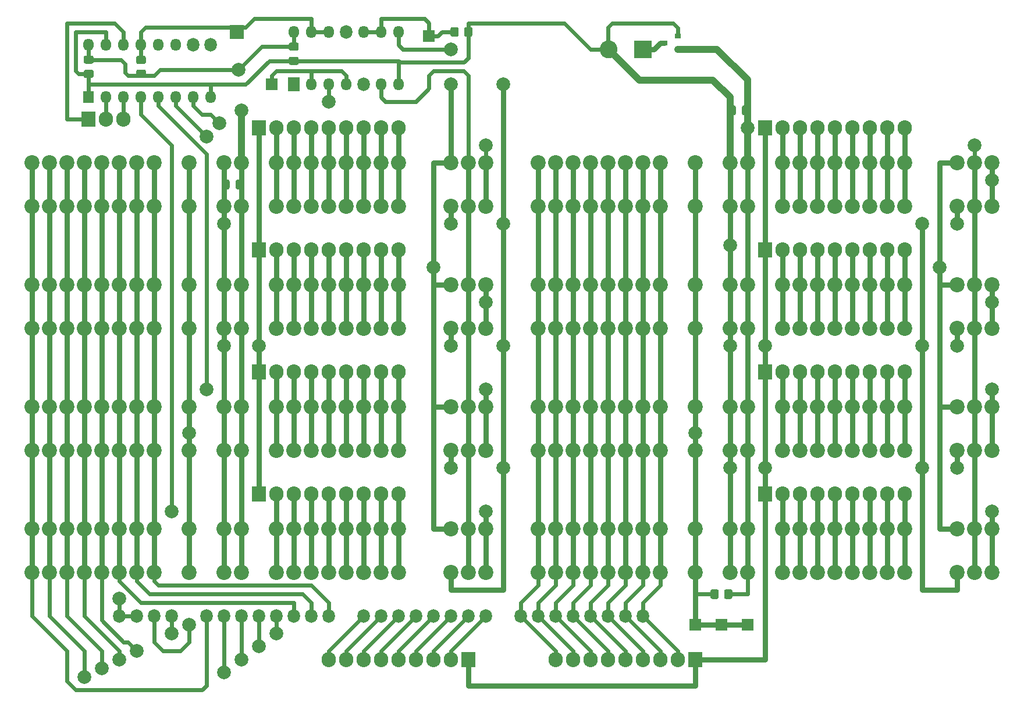
<source format=gbr>
%TF.GenerationSoftware,KiCad,Pcbnew,(5.1.8)-1*%
%TF.CreationDate,2024-02-24T18:38:04+03:00*%
%TF.ProjectId,Regs-v4,52656773-2d76-4342-9e6b-696361645f70,rev?*%
%TF.SameCoordinates,Original*%
%TF.FileFunction,Copper,L2,Bot*%
%TF.FilePolarity,Positive*%
%FSLAX46Y46*%
G04 Gerber Fmt 4.6, Leading zero omitted, Abs format (unit mm)*
G04 Created by KiCad (PCBNEW (5.1.8)-1) date 2024-02-24 18:38:04*
%MOMM*%
%LPD*%
G01*
G04 APERTURE LIST*
%TA.AperFunction,ComponentPad*%
%ADD10C,2.200000*%
%TD*%
%TA.AperFunction,ComponentPad*%
%ADD11R,1.700000X1.700000*%
%TD*%
%TA.AperFunction,SMDPad,CuDef*%
%ADD12R,0.900000X0.800000*%
%TD*%
%TA.AperFunction,ComponentPad*%
%ADD13O,2.100000X2.200000*%
%TD*%
%TA.AperFunction,ComponentPad*%
%ADD14R,2.100000X2.200000*%
%TD*%
%TA.AperFunction,ComponentPad*%
%ADD15O,1.800000X2.000000*%
%TD*%
%TA.AperFunction,ComponentPad*%
%ADD16C,2.600000*%
%TD*%
%TA.AperFunction,ComponentPad*%
%ADD17R,2.600000X2.600000*%
%TD*%
%TA.AperFunction,ComponentPad*%
%ADD18O,1.500000X1.800000*%
%TD*%
%TA.AperFunction,ComponentPad*%
%ADD19R,1.800000X2.000000*%
%TD*%
%TA.AperFunction,ComponentPad*%
%ADD20R,1.500000X1.800000*%
%TD*%
%TA.AperFunction,ComponentPad*%
%ADD21R,2.000000X2.000000*%
%TD*%
%TA.AperFunction,ViaPad*%
%ADD22C,2.000000*%
%TD*%
%TA.AperFunction,Conductor*%
%ADD23C,0.800000*%
%TD*%
%TA.AperFunction,Conductor*%
%ADD24C,0.600000*%
%TD*%
%TA.AperFunction,Conductor*%
%ADD25C,1.000000*%
%TD*%
G04 APERTURE END LIST*
D10*
%TO.P,U19,22*%
%TO.N,/~R3*%
X86360000Y-36830000D03*
%TO.P,U19,21*%
%TO.N,/~H*%
X83820000Y-36830000D03*
%TO.P,U19,20*%
%TO.N,/~Bank1*%
X81280000Y-36830000D03*
%TO.P,U19,19*%
%TO.N,/R7.7*%
X73660000Y-36830000D03*
%TO.P,U19,18*%
%TO.N,/R7.6*%
X71120000Y-36830000D03*
%TO.P,U19,17*%
%TO.N,/R7.5*%
X68580000Y-36830000D03*
%TO.P,U19,16*%
%TO.N,/R7.4*%
X66040000Y-36830000D03*
%TO.P,U19,15*%
%TO.N,/R7.3*%
X63500000Y-36830000D03*
%TO.P,U19,14*%
%TO.N,/R7.2*%
X60960000Y-36830000D03*
%TO.P,U19,13*%
%TO.N,/R7.1*%
X58420000Y-36830000D03*
%TO.P,U19,12*%
%TO.N,/R7.0*%
X55880000Y-36830000D03*
%TO.P,U19,11*%
%TO.N,VCC*%
X50800000Y-36830000D03*
%TO.P,U19,10*%
%TO.N,GND*%
X48260000Y-36830000D03*
%TO.P,U19,9*%
%TO.N,/~Res*%
X43180000Y-36830000D03*
%TO.P,U19,8*%
%TO.N,/H0*%
X38100000Y-36830000D03*
%TO.P,U19,7*%
%TO.N,/H1*%
X35560000Y-36830000D03*
%TO.P,U19,6*%
%TO.N,/H2*%
X33020000Y-36830000D03*
%TO.P,U19,5*%
%TO.N,/H3*%
X30480000Y-36830000D03*
%TO.P,U19,4*%
%TO.N,/H4*%
X27940000Y-36830000D03*
%TO.P,U19,3*%
%TO.N,/H5*%
X25400000Y-36830000D03*
%TO.P,U19,2*%
%TO.N,/H6*%
X22860000Y-36830000D03*
%TO.P,U19,1*%
%TO.N,/H7*%
X20320000Y-36830000D03*
%TD*%
%TO.P,U18,22*%
%TO.N,/~R3*%
X160020000Y-36830000D03*
%TO.P,U18,21*%
%TO.N,/~L*%
X157480000Y-36830000D03*
%TO.P,U18,20*%
%TO.N,/~Bank1*%
X154940000Y-36830000D03*
%TO.P,U18,19*%
%TO.N,/R6.7*%
X147320000Y-36830000D03*
%TO.P,U18,18*%
%TO.N,/R6.6*%
X144780000Y-36830000D03*
%TO.P,U18,17*%
%TO.N,/R6.5*%
X142240000Y-36830000D03*
%TO.P,U18,16*%
%TO.N,/R6.4*%
X139700000Y-36830000D03*
%TO.P,U18,15*%
%TO.N,/R6.3*%
X137160000Y-36830000D03*
%TO.P,U18,14*%
%TO.N,/R6.2*%
X134620000Y-36830000D03*
%TO.P,U18,13*%
%TO.N,/R6.1*%
X132080000Y-36830000D03*
%TO.P,U18,12*%
%TO.N,/R6.0*%
X129540000Y-36830000D03*
%TO.P,U18,11*%
%TO.N,VCC*%
X124460000Y-36830000D03*
%TO.P,U18,10*%
%TO.N,GND*%
X121920000Y-36830000D03*
%TO.P,U18,9*%
%TO.N,/~Res*%
X116840000Y-36830000D03*
%TO.P,U18,8*%
%TO.N,/L0*%
X111760000Y-36830000D03*
%TO.P,U18,7*%
%TO.N,/L1*%
X109220000Y-36830000D03*
%TO.P,U18,6*%
%TO.N,/L2*%
X106680000Y-36830000D03*
%TO.P,U18,5*%
%TO.N,/L3*%
X104140000Y-36830000D03*
%TO.P,U18,4*%
%TO.N,/L4*%
X101600000Y-36830000D03*
%TO.P,U18,3*%
%TO.N,/L5*%
X99060000Y-36830000D03*
%TO.P,U18,2*%
%TO.N,/L6*%
X96520000Y-36830000D03*
%TO.P,U18,1*%
%TO.N,/L7*%
X93980000Y-36830000D03*
%TD*%
%TO.P,U17,22*%
%TO.N,/~R2*%
X86360000Y-54610000D03*
%TO.P,U17,21*%
%TO.N,/~H*%
X83820000Y-54610000D03*
%TO.P,U17,20*%
%TO.N,/~Bank1*%
X81280000Y-54610000D03*
%TO.P,U17,19*%
%TO.N,/R5.7*%
X73660000Y-54610000D03*
%TO.P,U17,18*%
%TO.N,/R5.6*%
X71120000Y-54610000D03*
%TO.P,U17,17*%
%TO.N,/R5.5*%
X68580000Y-54610000D03*
%TO.P,U17,16*%
%TO.N,/R5.4*%
X66040000Y-54610000D03*
%TO.P,U17,15*%
%TO.N,/R5.3*%
X63500000Y-54610000D03*
%TO.P,U17,14*%
%TO.N,/R5.2*%
X60960000Y-54610000D03*
%TO.P,U17,13*%
%TO.N,/R5.1*%
X58420000Y-54610000D03*
%TO.P,U17,12*%
%TO.N,/R5.0*%
X55880000Y-54610000D03*
%TO.P,U17,11*%
%TO.N,VCC*%
X50800000Y-54610000D03*
%TO.P,U17,10*%
%TO.N,GND*%
X48260000Y-54610000D03*
%TO.P,U17,9*%
%TO.N,/~Res*%
X43180000Y-54610000D03*
%TO.P,U17,8*%
%TO.N,/H0*%
X38100000Y-54610000D03*
%TO.P,U17,7*%
%TO.N,/H1*%
X35560000Y-54610000D03*
%TO.P,U17,6*%
%TO.N,/H2*%
X33020000Y-54610000D03*
%TO.P,U17,5*%
%TO.N,/H3*%
X30480000Y-54610000D03*
%TO.P,U17,4*%
%TO.N,/H4*%
X27940000Y-54610000D03*
%TO.P,U17,3*%
%TO.N,/H5*%
X25400000Y-54610000D03*
%TO.P,U17,2*%
%TO.N,/H6*%
X22860000Y-54610000D03*
%TO.P,U17,1*%
%TO.N,/H7*%
X20320000Y-54610000D03*
%TD*%
%TO.P,U16,22*%
%TO.N,/~R2*%
X160020000Y-54610000D03*
%TO.P,U16,21*%
%TO.N,/~L*%
X157480000Y-54610000D03*
%TO.P,U16,20*%
%TO.N,/~Bank1*%
X154940000Y-54610000D03*
%TO.P,U16,19*%
%TO.N,/R4.7*%
X147320000Y-54610000D03*
%TO.P,U16,18*%
%TO.N,/R4.6*%
X144780000Y-54610000D03*
%TO.P,U16,17*%
%TO.N,/R4.5*%
X142240000Y-54610000D03*
%TO.P,U16,16*%
%TO.N,/R4.4*%
X139700000Y-54610000D03*
%TO.P,U16,15*%
%TO.N,/R4.3*%
X137160000Y-54610000D03*
%TO.P,U16,14*%
%TO.N,/R4.2*%
X134620000Y-54610000D03*
%TO.P,U16,13*%
%TO.N,/R4.1*%
X132080000Y-54610000D03*
%TO.P,U16,12*%
%TO.N,/R4.0*%
X129540000Y-54610000D03*
%TO.P,U16,11*%
%TO.N,VCC*%
X124460000Y-54610000D03*
%TO.P,U16,10*%
%TO.N,GND*%
X121920000Y-54610000D03*
%TO.P,U16,9*%
%TO.N,/~Res*%
X116840000Y-54610000D03*
%TO.P,U16,8*%
%TO.N,/L0*%
X111760000Y-54610000D03*
%TO.P,U16,7*%
%TO.N,/L1*%
X109220000Y-54610000D03*
%TO.P,U16,6*%
%TO.N,/L2*%
X106680000Y-54610000D03*
%TO.P,U16,5*%
%TO.N,/L3*%
X104140000Y-54610000D03*
%TO.P,U16,4*%
%TO.N,/L4*%
X101600000Y-54610000D03*
%TO.P,U16,3*%
%TO.N,/L5*%
X99060000Y-54610000D03*
%TO.P,U16,2*%
%TO.N,/L6*%
X96520000Y-54610000D03*
%TO.P,U16,1*%
%TO.N,/L7*%
X93980000Y-54610000D03*
%TD*%
%TO.P,U12,22*%
%TO.N,/~R1*%
X86360000Y-72390000D03*
%TO.P,U12,21*%
%TO.N,/~H*%
X83820000Y-72390000D03*
%TO.P,U12,20*%
%TO.N,/~Bank1*%
X81280000Y-72390000D03*
%TO.P,U12,19*%
%TO.N,/R3.7*%
X73660000Y-72390000D03*
%TO.P,U12,18*%
%TO.N,/R3.6*%
X71120000Y-72390000D03*
%TO.P,U12,17*%
%TO.N,/R3.5*%
X68580000Y-72390000D03*
%TO.P,U12,16*%
%TO.N,/R3.4*%
X66040000Y-72390000D03*
%TO.P,U12,15*%
%TO.N,/R3.3*%
X63500000Y-72390000D03*
%TO.P,U12,14*%
%TO.N,/R3.2*%
X60960000Y-72390000D03*
%TO.P,U12,13*%
%TO.N,/R3.1*%
X58420000Y-72390000D03*
%TO.P,U12,12*%
%TO.N,/R3.0*%
X55880000Y-72390000D03*
%TO.P,U12,11*%
%TO.N,VCC*%
X50800000Y-72390000D03*
%TO.P,U12,10*%
%TO.N,GND*%
X48260000Y-72390000D03*
%TO.P,U12,9*%
%TO.N,/~Res*%
X43180000Y-72390000D03*
%TO.P,U12,8*%
%TO.N,/H0*%
X38100000Y-72390000D03*
%TO.P,U12,7*%
%TO.N,/H1*%
X35560000Y-72390000D03*
%TO.P,U12,6*%
%TO.N,/H2*%
X33020000Y-72390000D03*
%TO.P,U12,5*%
%TO.N,/H3*%
X30480000Y-72390000D03*
%TO.P,U12,4*%
%TO.N,/H4*%
X27940000Y-72390000D03*
%TO.P,U12,3*%
%TO.N,/H5*%
X25400000Y-72390000D03*
%TO.P,U12,2*%
%TO.N,/H6*%
X22860000Y-72390000D03*
%TO.P,U12,1*%
%TO.N,/H7*%
X20320000Y-72390000D03*
%TD*%
%TO.P,U11,22*%
%TO.N,/~R1*%
X160020000Y-72390000D03*
%TO.P,U11,21*%
%TO.N,/~L*%
X157480000Y-72390000D03*
%TO.P,U11,20*%
%TO.N,/~Bank1*%
X154940000Y-72390000D03*
%TO.P,U11,19*%
%TO.N,/R2.7*%
X147320000Y-72390000D03*
%TO.P,U11,18*%
%TO.N,/R2.6*%
X144780000Y-72390000D03*
%TO.P,U11,17*%
%TO.N,/R2.5*%
X142240000Y-72390000D03*
%TO.P,U11,16*%
%TO.N,/R2.4*%
X139700000Y-72390000D03*
%TO.P,U11,15*%
%TO.N,/R2.3*%
X137160000Y-72390000D03*
%TO.P,U11,14*%
%TO.N,/R2.2*%
X134620000Y-72390000D03*
%TO.P,U11,13*%
%TO.N,/R2.1*%
X132080000Y-72390000D03*
%TO.P,U11,12*%
%TO.N,/R2.0*%
X129540000Y-72390000D03*
%TO.P,U11,11*%
%TO.N,VCC*%
X124460000Y-72390000D03*
%TO.P,U11,10*%
%TO.N,GND*%
X121920000Y-72390000D03*
%TO.P,U11,9*%
%TO.N,/~Res*%
X116840000Y-72390000D03*
%TO.P,U11,8*%
%TO.N,/L0*%
X111760000Y-72390000D03*
%TO.P,U11,7*%
%TO.N,/L1*%
X109220000Y-72390000D03*
%TO.P,U11,6*%
%TO.N,/L2*%
X106680000Y-72390000D03*
%TO.P,U11,5*%
%TO.N,/L3*%
X104140000Y-72390000D03*
%TO.P,U11,4*%
%TO.N,/L4*%
X101600000Y-72390000D03*
%TO.P,U11,3*%
%TO.N,/L5*%
X99060000Y-72390000D03*
%TO.P,U11,2*%
%TO.N,/L6*%
X96520000Y-72390000D03*
%TO.P,U11,1*%
%TO.N,/L7*%
X93980000Y-72390000D03*
%TD*%
%TO.P,U10,22*%
%TO.N,/~R0*%
X86360000Y-90170000D03*
%TO.P,U10,21*%
%TO.N,/~H*%
X83820000Y-90170000D03*
%TO.P,U10,20*%
%TO.N,/~Bank1*%
X81280000Y-90170000D03*
%TO.P,U10,19*%
%TO.N,/R1.7*%
X73660000Y-90170000D03*
%TO.P,U10,18*%
%TO.N,/R1.6*%
X71120000Y-90170000D03*
%TO.P,U10,17*%
%TO.N,/R1.5*%
X68580000Y-90170000D03*
%TO.P,U10,16*%
%TO.N,/R1.4*%
X66040000Y-90170000D03*
%TO.P,U10,15*%
%TO.N,/R1.3*%
X63500000Y-90170000D03*
%TO.P,U10,14*%
%TO.N,/R1.2*%
X60960000Y-90170000D03*
%TO.P,U10,13*%
%TO.N,/R1.1*%
X58420000Y-90170000D03*
%TO.P,U10,12*%
%TO.N,/R1.0*%
X55880000Y-90170000D03*
%TO.P,U10,11*%
%TO.N,VCC*%
X50800000Y-90170000D03*
%TO.P,U10,10*%
%TO.N,GND*%
X48260000Y-90170000D03*
%TO.P,U10,9*%
%TO.N,/~Res*%
X43180000Y-90170000D03*
%TO.P,U10,8*%
%TO.N,/H0*%
X38100000Y-90170000D03*
%TO.P,U10,7*%
%TO.N,/H1*%
X35560000Y-90170000D03*
%TO.P,U10,6*%
%TO.N,/H2*%
X33020000Y-90170000D03*
%TO.P,U10,5*%
%TO.N,/H3*%
X30480000Y-90170000D03*
%TO.P,U10,4*%
%TO.N,/H4*%
X27940000Y-90170000D03*
%TO.P,U10,3*%
%TO.N,/H5*%
X25400000Y-90170000D03*
%TO.P,U10,2*%
%TO.N,/H6*%
X22860000Y-90170000D03*
%TO.P,U10,1*%
%TO.N,/H7*%
X20320000Y-90170000D03*
%TD*%
%TO.P,U9,22*%
%TO.N,/~R0*%
X160020000Y-90170000D03*
%TO.P,U9,21*%
%TO.N,/~L*%
X157480000Y-90170000D03*
%TO.P,U9,20*%
%TO.N,/~Bank1*%
X154940000Y-90170000D03*
%TO.P,U9,19*%
%TO.N,/R0.7*%
X147320000Y-90170000D03*
%TO.P,U9,18*%
%TO.N,/R0.6*%
X144780000Y-90170000D03*
%TO.P,U9,17*%
%TO.N,/R0.5*%
X142240000Y-90170000D03*
%TO.P,U9,16*%
%TO.N,/R0.4*%
X139700000Y-90170000D03*
%TO.P,U9,15*%
%TO.N,/R0.3*%
X137160000Y-90170000D03*
%TO.P,U9,14*%
%TO.N,/R0.2*%
X134620000Y-90170000D03*
%TO.P,U9,13*%
%TO.N,/R0.1*%
X132080000Y-90170000D03*
%TO.P,U9,12*%
%TO.N,/R0.0*%
X129540000Y-90170000D03*
%TO.P,U9,11*%
%TO.N,VCC*%
X124460000Y-90170000D03*
%TO.P,U9,10*%
%TO.N,GND*%
X121920000Y-90170000D03*
%TO.P,U9,9*%
%TO.N,/~Res*%
X116840000Y-90170000D03*
%TO.P,U9,8*%
%TO.N,/L0*%
X111760000Y-90170000D03*
%TO.P,U9,7*%
%TO.N,/L1*%
X109220000Y-90170000D03*
%TO.P,U9,6*%
%TO.N,/L2*%
X106680000Y-90170000D03*
%TO.P,U9,5*%
%TO.N,/L3*%
X104140000Y-90170000D03*
%TO.P,U9,4*%
%TO.N,/L4*%
X101600000Y-90170000D03*
%TO.P,U9,3*%
%TO.N,/L5*%
X99060000Y-90170000D03*
%TO.P,U9,2*%
%TO.N,/L6*%
X96520000Y-90170000D03*
%TO.P,U9,1*%
%TO.N,/L7*%
X93980000Y-90170000D03*
%TD*%
D11*
%TO.P,J20,1*%
%TO.N,/~Res*%
X124460000Y-104140000D03*
%TD*%
%TO.P,J19,1*%
%TO.N,/~Res*%
X120650000Y-104140000D03*
%TD*%
%TO.P,R7,2*%
%TO.N,GND*%
%TA.AperFunction,SMDPad,CuDef*%
G36*
G01*
X83220000Y-18230001D02*
X83220000Y-17329999D01*
G75*
G02*
X83469999Y-17080000I249999J0D01*
G01*
X84170001Y-17080000D01*
G75*
G02*
X84420000Y-17329999I0J-249999D01*
G01*
X84420000Y-18230001D01*
G75*
G02*
X84170001Y-18480000I-249999J0D01*
G01*
X83469999Y-18480000D01*
G75*
G02*
X83220000Y-18230001I0J249999D01*
G01*
G37*
%TD.AperFunction*%
%TO.P,R7,1*%
%TO.N,/~Bank0*%
%TA.AperFunction,SMDPad,CuDef*%
G36*
G01*
X81220000Y-18230001D02*
X81220000Y-17329999D01*
G75*
G02*
X81469999Y-17080000I249999J0D01*
G01*
X82170001Y-17080000D01*
G75*
G02*
X82420000Y-17329999I0J-249999D01*
G01*
X82420000Y-18230001D01*
G75*
G02*
X82170001Y-18480000I-249999J0D01*
G01*
X81469999Y-18480000D01*
G75*
G02*
X81220000Y-18230001I0J249999D01*
G01*
G37*
%TD.AperFunction*%
%TD*%
D12*
%TO.P,Q1,3*%
%TO.N,Net-(J16-Pad1)*%
X112347500Y-19367500D03*
%TO.P,Q1,2*%
%TO.N,VCC*%
X114347500Y-20317500D03*
%TO.P,Q1,1*%
%TO.N,GND*%
X114347500Y-18417500D03*
%TD*%
%TO.P,C4,2*%
%TO.N,GND*%
%TA.AperFunction,SMDPad,CuDef*%
G36*
G01*
X57945000Y-21405000D02*
X58895000Y-21405000D01*
G75*
G02*
X59145000Y-21655000I0J-250000D01*
G01*
X59145000Y-22330000D01*
G75*
G02*
X58895000Y-22580000I-250000J0D01*
G01*
X57945000Y-22580000D01*
G75*
G02*
X57695000Y-22330000I0J250000D01*
G01*
X57695000Y-21655000D01*
G75*
G02*
X57945000Y-21405000I250000J0D01*
G01*
G37*
%TD.AperFunction*%
%TO.P,C4,1*%
%TO.N,VCC*%
%TA.AperFunction,SMDPad,CuDef*%
G36*
G01*
X57945000Y-19330000D02*
X58895000Y-19330000D01*
G75*
G02*
X59145000Y-19580000I0J-250000D01*
G01*
X59145000Y-20255000D01*
G75*
G02*
X58895000Y-20505000I-250000J0D01*
G01*
X57945000Y-20505000D01*
G75*
G02*
X57695000Y-20255000I0J250000D01*
G01*
X57695000Y-19580000D01*
G75*
G02*
X57945000Y-19330000I250000J0D01*
G01*
G37*
%TD.AperFunction*%
%TD*%
%TO.P,C3,2*%
%TO.N,GND*%
%TA.AperFunction,SMDPad,CuDef*%
G36*
G01*
X28100000Y-23310000D02*
X29050000Y-23310000D01*
G75*
G02*
X29300000Y-23560000I0J-250000D01*
G01*
X29300000Y-24235000D01*
G75*
G02*
X29050000Y-24485000I-250000J0D01*
G01*
X28100000Y-24485000D01*
G75*
G02*
X27850000Y-24235000I0J250000D01*
G01*
X27850000Y-23560000D01*
G75*
G02*
X28100000Y-23310000I250000J0D01*
G01*
G37*
%TD.AperFunction*%
%TO.P,C3,1*%
%TO.N,VCC*%
%TA.AperFunction,SMDPad,CuDef*%
G36*
G01*
X28100000Y-21235000D02*
X29050000Y-21235000D01*
G75*
G02*
X29300000Y-21485000I0J-250000D01*
G01*
X29300000Y-22160000D01*
G75*
G02*
X29050000Y-22410000I-250000J0D01*
G01*
X28100000Y-22410000D01*
G75*
G02*
X27850000Y-22160000I0J250000D01*
G01*
X27850000Y-21485000D01*
G75*
G02*
X28100000Y-21235000I250000J0D01*
G01*
G37*
%TD.AperFunction*%
%TD*%
%TO.P,C2,2*%
%TO.N,GND*%
%TA.AperFunction,SMDPad,CuDef*%
G36*
G01*
X49080000Y-39530000D02*
X49080000Y-40480000D01*
G75*
G02*
X48830000Y-40730000I-250000J0D01*
G01*
X48155000Y-40730000D01*
G75*
G02*
X47905000Y-40480000I0J250000D01*
G01*
X47905000Y-39530000D01*
G75*
G02*
X48155000Y-39280000I250000J0D01*
G01*
X48830000Y-39280000D01*
G75*
G02*
X49080000Y-39530000I0J-250000D01*
G01*
G37*
%TD.AperFunction*%
%TO.P,C2,1*%
%TO.N,VCC*%
%TA.AperFunction,SMDPad,CuDef*%
G36*
G01*
X51155000Y-39530000D02*
X51155000Y-40480000D01*
G75*
G02*
X50905000Y-40730000I-250000J0D01*
G01*
X50230000Y-40730000D01*
G75*
G02*
X49980000Y-40480000I0J250000D01*
G01*
X49980000Y-39530000D01*
G75*
G02*
X50230000Y-39280000I250000J0D01*
G01*
X50905000Y-39280000D01*
G75*
G02*
X51155000Y-39530000I0J-250000D01*
G01*
G37*
%TD.AperFunction*%
%TD*%
%TO.P,C1,2*%
%TO.N,GND*%
%TA.AperFunction,SMDPad,CuDef*%
G36*
G01*
X122740000Y-28735000D02*
X122740000Y-29685000D01*
G75*
G02*
X122490000Y-29935000I-250000J0D01*
G01*
X121815000Y-29935000D01*
G75*
G02*
X121565000Y-29685000I0J250000D01*
G01*
X121565000Y-28735000D01*
G75*
G02*
X121815000Y-28485000I250000J0D01*
G01*
X122490000Y-28485000D01*
G75*
G02*
X122740000Y-28735000I0J-250000D01*
G01*
G37*
%TD.AperFunction*%
%TO.P,C1,1*%
%TO.N,VCC*%
%TA.AperFunction,SMDPad,CuDef*%
G36*
G01*
X124815000Y-28735000D02*
X124815000Y-29685000D01*
G75*
G02*
X124565000Y-29935000I-250000J0D01*
G01*
X123890000Y-29935000D01*
G75*
G02*
X123640000Y-29685000I0J250000D01*
G01*
X123640000Y-28735000D01*
G75*
G02*
X123890000Y-28485000I250000J0D01*
G01*
X124565000Y-28485000D01*
G75*
G02*
X124815000Y-28735000I0J-250000D01*
G01*
G37*
%TD.AperFunction*%
%TD*%
%TO.P,R6,2*%
%TO.N,VCC*%
%TA.AperFunction,SMDPad,CuDef*%
G36*
G01*
X121050000Y-100145001D02*
X121050000Y-99244999D01*
G75*
G02*
X121299999Y-98995000I249999J0D01*
G01*
X122000001Y-98995000D01*
G75*
G02*
X122250000Y-99244999I0J-249999D01*
G01*
X122250000Y-100145001D01*
G75*
G02*
X122000001Y-100395000I-249999J0D01*
G01*
X121299999Y-100395000D01*
G75*
G02*
X121050000Y-100145001I0J249999D01*
G01*
G37*
%TD.AperFunction*%
%TO.P,R6,1*%
%TO.N,/~Res*%
%TA.AperFunction,SMDPad,CuDef*%
G36*
G01*
X119050000Y-100145001D02*
X119050000Y-99244999D01*
G75*
G02*
X119299999Y-98995000I249999J0D01*
G01*
X120000001Y-98995000D01*
G75*
G02*
X120250000Y-99244999I0J-249999D01*
G01*
X120250000Y-100145001D01*
G75*
G02*
X120000001Y-100395000I-249999J0D01*
G01*
X119299999Y-100395000D01*
G75*
G02*
X119050000Y-100145001I0J249999D01*
G01*
G37*
%TD.AperFunction*%
%TD*%
%TO.P,R5,2*%
%TO.N,VCC*%
%TA.AperFunction,SMDPad,CuDef*%
G36*
G01*
X35744999Y-23260000D02*
X36645001Y-23260000D01*
G75*
G02*
X36895000Y-23509999I0J-249999D01*
G01*
X36895000Y-24210001D01*
G75*
G02*
X36645001Y-24460000I-249999J0D01*
G01*
X35744999Y-24460000D01*
G75*
G02*
X35495000Y-24210001I0J249999D01*
G01*
X35495000Y-23509999D01*
G75*
G02*
X35744999Y-23260000I249999J0D01*
G01*
G37*
%TD.AperFunction*%
%TO.P,R5,1*%
%TO.N,/~MUL*%
%TA.AperFunction,SMDPad,CuDef*%
G36*
G01*
X35744999Y-21260000D02*
X36645001Y-21260000D01*
G75*
G02*
X36895000Y-21509999I0J-249999D01*
G01*
X36895000Y-22210001D01*
G75*
G02*
X36645001Y-22460000I-249999J0D01*
G01*
X35744999Y-22460000D01*
G75*
G02*
X35495000Y-22210001I0J249999D01*
G01*
X35495000Y-21509999D01*
G75*
G02*
X35744999Y-21260000I249999J0D01*
G01*
G37*
%TD.AperFunction*%
%TD*%
D13*
%TO.P,J18,9*%
%TO.N,/ALU_H7*%
X63500000Y-109220000D03*
%TO.P,J18,8*%
%TO.N,Net-(J18-Pad8)*%
X66040000Y-109220000D03*
%TO.P,J18,7*%
%TO.N,Net-(J18-Pad7)*%
X68580000Y-109220000D03*
%TO.P,J18,6*%
%TO.N,Net-(J18-Pad6)*%
X71120000Y-109220000D03*
%TO.P,J18,5*%
%TO.N,Net-(J18-Pad5)*%
X73660000Y-109220000D03*
%TO.P,J18,4*%
%TO.N,Net-(J18-Pad4)*%
X76200000Y-109220000D03*
%TO.P,J18,3*%
%TO.N,Net-(J18-Pad3)*%
X78740000Y-109220000D03*
%TO.P,J18,2*%
%TO.N,/ALU_H0*%
X81280000Y-109220000D03*
D14*
%TO.P,J18,1*%
%TO.N,GND*%
X83820000Y-109220000D03*
%TD*%
D13*
%TO.P,J17,9*%
%TO.N,/L7*%
X96520000Y-109220000D03*
%TO.P,J17,8*%
%TO.N,/L6*%
X99060000Y-109220000D03*
%TO.P,J17,7*%
%TO.N,/L5*%
X101600000Y-109220000D03*
%TO.P,J17,6*%
%TO.N,/L4*%
X104140000Y-109220000D03*
%TO.P,J17,5*%
%TO.N,/L3*%
X106680000Y-109220000D03*
%TO.P,J17,4*%
%TO.N,/L2*%
X109220000Y-109220000D03*
%TO.P,J17,3*%
%TO.N,/L1*%
X111760000Y-109220000D03*
%TO.P,J17,2*%
%TO.N,/L0*%
X114300000Y-109220000D03*
D14*
%TO.P,J17,1*%
%TO.N,GND*%
X116840000Y-109220000D03*
%TD*%
D15*
%TO.P,U15,28*%
%TO.N,GND*%
X33020000Y-102870000D03*
%TO.P,U15,27*%
X35560000Y-102870000D03*
%TO.P,U15,26*%
%TO.N,VCC*%
X38100000Y-102870000D03*
%TO.P,U15,25*%
%TO.N,Net-(U14-Pad11)*%
X40640000Y-102870000D03*
%TO.P,U15,24*%
%TO.N,/H7*%
X45720000Y-102870000D03*
%TO.P,U15,23*%
%TO.N,/H6*%
X48260000Y-102870000D03*
%TO.P,U15,22*%
%TO.N,/H5*%
X50800000Y-102870000D03*
%TO.P,U15,21*%
%TO.N,/H4*%
X53340000Y-102870000D03*
%TO.P,U15,20*%
%TO.N,/H3*%
X55880000Y-102870000D03*
%TO.P,U15,19*%
%TO.N,/H2*%
X58420000Y-102870000D03*
%TO.P,U15,18*%
%TO.N,/H1*%
X60960000Y-102870000D03*
%TO.P,U15,17*%
%TO.N,/H0*%
X63500000Y-102870000D03*
%TO.P,U15,16*%
%TO.N,/ALU_H7*%
X68580000Y-102870000D03*
%TO.P,U15,15*%
%TO.N,Net-(J18-Pad8)*%
X71120000Y-102870000D03*
%TO.P,U15,14*%
%TO.N,Net-(J18-Pad7)*%
X73660000Y-102870000D03*
%TO.P,U15,13*%
%TO.N,Net-(J18-Pad6)*%
X76200000Y-102870000D03*
%TO.P,U15,12*%
%TO.N,Net-(J18-Pad5)*%
X78740000Y-102870000D03*
%TO.P,U15,11*%
%TO.N,Net-(J18-Pad4)*%
X81280000Y-102870000D03*
%TO.P,U15,10*%
%TO.N,Net-(J18-Pad3)*%
X83820000Y-102870000D03*
%TO.P,U15,9*%
%TO.N,/ALU_H0*%
X86360000Y-102870000D03*
%TO.P,U15,8*%
%TO.N,/L7*%
X91440000Y-102870000D03*
%TO.P,U15,7*%
%TO.N,/L6*%
X93980000Y-102870000D03*
%TO.P,U15,6*%
%TO.N,/L5*%
X96520000Y-102870000D03*
%TO.P,U15,5*%
%TO.N,/L4*%
X99060000Y-102870000D03*
%TO.P,U15,4*%
%TO.N,/L3*%
X101600000Y-102870000D03*
%TO.P,U15,3*%
%TO.N,/L2*%
X104140000Y-102870000D03*
%TO.P,U15,2*%
%TO.N,/L1*%
X106680000Y-102870000D03*
%TO.P,U15,1*%
%TO.N,/L0*%
X109220000Y-102870000D03*
%TD*%
D16*
%TO.P,J16,2*%
%TO.N,GND*%
X104220000Y-20320000D03*
D17*
%TO.P,J16,1*%
%TO.N,Net-(J16-Pad1)*%
X109220000Y-20320000D03*
%TD*%
D18*
%TO.P,U14,14*%
%TO.N,VCC*%
X58420000Y-17780000D03*
%TO.P,U14,7*%
%TO.N,GND*%
X73660000Y-25400000D03*
%TO.P,U14,13*%
%TO.N,/~MUL*%
X60960000Y-17780000D03*
%TO.P,U14,6*%
%TO.N,/~H*%
X71120000Y-25400000D03*
%TO.P,U14,12*%
%TO.N,/~MUL*%
X63500000Y-17780000D03*
D15*
%TO.P,U14,5*%
%TO.N,Net-(U13-Pad9)*%
X68580000Y-25400000D03*
%TO.P,U14,11*%
%TO.N,Net-(U14-Pad11)*%
X66040000Y-17780000D03*
D18*
%TO.P,U14,4*%
%TO.N,/Latch*%
X66040000Y-25400000D03*
%TO.P,U14,10*%
%TO.N,/~Bank0*%
X68580000Y-17780000D03*
%TO.P,U14,3*%
%TO.N,/~L*%
X63500000Y-25400000D03*
%TO.P,U14,9*%
%TO.N,/~Bank0*%
X71120000Y-17780000D03*
%TO.P,U14,2*%
%TO.N,/Latch*%
X60960000Y-25400000D03*
%TO.P,U14,8*%
%TO.N,/~Bank1*%
X73660000Y-17780000D03*
D19*
%TO.P,U14,1*%
%TO.N,Net-(U13-Pad10)*%
X58420000Y-25400000D03*
%TD*%
D18*
%TO.P,U13,16*%
%TO.N,VCC*%
X28575000Y-19685000D03*
%TO.P,U13,8*%
%TO.N,GND*%
X46355000Y-27305000D03*
%TO.P,U13,15*%
X31115000Y-19685000D03*
%TO.P,U13,7*%
%TO.N,/~R3*%
X43815000Y-27305000D03*
%TO.P,U13,14*%
%TO.N,/DST[0]*%
X33655000Y-19685000D03*
%TO.P,U13,6*%
%TO.N,/~R2*%
X41275000Y-27305000D03*
%TO.P,U13,13*%
%TO.N,/~MUL*%
X36195000Y-19685000D03*
%TO.P,U13,5*%
%TO.N,/~R1*%
X38735000Y-27305000D03*
%TO.P,U13,12*%
%TO.N,Net-(U13-Pad12)*%
X38735000Y-19685000D03*
%TO.P,U13,4*%
%TO.N,/~R0*%
X36195000Y-27305000D03*
%TO.P,U13,11*%
%TO.N,Net-(U13-Pad11)*%
X41275000Y-19685000D03*
%TO.P,U13,3*%
%TO.N,/DST[2]*%
X33655000Y-27305000D03*
D15*
%TO.P,U13,10*%
%TO.N,Net-(U13-Pad10)*%
X43815000Y-19685000D03*
D18*
%TO.P,U13,2*%
%TO.N,/DST[1]*%
X31115000Y-27305000D03*
D15*
%TO.P,U13,9*%
%TO.N,Net-(U13-Pad9)*%
X46355000Y-19685000D03*
D20*
%TO.P,U13,1*%
%TO.N,GND*%
X28575000Y-27305000D03*
%TD*%
D11*
%TO.P,J15,1*%
%TO.N,/Latch*%
X55245000Y-25400000D03*
%TD*%
%TO.P,J14,1*%
%TO.N,/~Bank0*%
X78105000Y-18415000D03*
%TD*%
%TO.P,J13,1*%
%TO.N,/~Res*%
X116840000Y-104140000D03*
%TD*%
D21*
%TO.P,J12,1*%
%TO.N,/~MUL*%
X50165000Y-17780000D03*
%TD*%
D13*
%TO.P,J11,3*%
%TO.N,/DST[2]*%
X33655000Y-30480000D03*
%TO.P,J11,2*%
%TO.N,/DST[1]*%
X31115000Y-30480000D03*
D14*
%TO.P,J11,1*%
%TO.N,/DST[0]*%
X28575000Y-30480000D03*
%TD*%
D13*
%TO.P,J8,9*%
%TO.N,/R7.7*%
X73660000Y-31750000D03*
%TO.P,J8,8*%
%TO.N,/R7.6*%
X71120000Y-31750000D03*
%TO.P,J8,7*%
%TO.N,/R7.5*%
X68580000Y-31750000D03*
%TO.P,J8,6*%
%TO.N,/R7.4*%
X66040000Y-31750000D03*
%TO.P,J8,5*%
%TO.N,/R7.3*%
X63500000Y-31750000D03*
%TO.P,J8,4*%
%TO.N,/R7.2*%
X60960000Y-31750000D03*
%TO.P,J8,3*%
%TO.N,/R7.1*%
X58420000Y-31750000D03*
%TO.P,J8,2*%
%TO.N,/R7.0*%
X55880000Y-31750000D03*
D14*
%TO.P,J8,1*%
%TO.N,GND*%
X53340000Y-31750000D03*
%TD*%
D13*
%TO.P,J7,9*%
%TO.N,/R6.7*%
X147320000Y-31750000D03*
%TO.P,J7,8*%
%TO.N,/R6.6*%
X144780000Y-31750000D03*
%TO.P,J7,7*%
%TO.N,/R6.5*%
X142240000Y-31750000D03*
%TO.P,J7,6*%
%TO.N,/R6.4*%
X139700000Y-31750000D03*
%TO.P,J7,5*%
%TO.N,/R6.3*%
X137160000Y-31750000D03*
%TO.P,J7,4*%
%TO.N,/R6.2*%
X134620000Y-31750000D03*
%TO.P,J7,3*%
%TO.N,/R6.1*%
X132080000Y-31750000D03*
%TO.P,J7,2*%
%TO.N,/R6.0*%
X129540000Y-31750000D03*
D14*
%TO.P,J7,1*%
%TO.N,GND*%
X127000000Y-31750000D03*
%TD*%
D13*
%TO.P,J6,9*%
%TO.N,/R5.7*%
X73660000Y-49530000D03*
%TO.P,J6,8*%
%TO.N,/R5.6*%
X71120000Y-49530000D03*
%TO.P,J6,7*%
%TO.N,/R5.5*%
X68580000Y-49530000D03*
%TO.P,J6,6*%
%TO.N,/R5.4*%
X66040000Y-49530000D03*
%TO.P,J6,5*%
%TO.N,/R5.3*%
X63500000Y-49530000D03*
%TO.P,J6,4*%
%TO.N,/R5.2*%
X60960000Y-49530000D03*
%TO.P,J6,3*%
%TO.N,/R5.1*%
X58420000Y-49530000D03*
%TO.P,J6,2*%
%TO.N,/R5.0*%
X55880000Y-49530000D03*
D14*
%TO.P,J6,1*%
%TO.N,GND*%
X53340000Y-49530000D03*
%TD*%
D13*
%TO.P,J5,9*%
%TO.N,/R4.7*%
X147320000Y-49530000D03*
%TO.P,J5,8*%
%TO.N,/R4.6*%
X144780000Y-49530000D03*
%TO.P,J5,7*%
%TO.N,/R4.5*%
X142240000Y-49530000D03*
%TO.P,J5,6*%
%TO.N,/R4.4*%
X139700000Y-49530000D03*
%TO.P,J5,5*%
%TO.N,/R4.3*%
X137160000Y-49530000D03*
%TO.P,J5,4*%
%TO.N,/R4.2*%
X134620000Y-49530000D03*
%TO.P,J5,3*%
%TO.N,/R4.1*%
X132080000Y-49530000D03*
%TO.P,J5,2*%
%TO.N,/R4.0*%
X129540000Y-49530000D03*
D14*
%TO.P,J5,1*%
%TO.N,GND*%
X127000000Y-49530000D03*
%TD*%
D13*
%TO.P,J4,9*%
%TO.N,/R3.7*%
X73660000Y-67310000D03*
%TO.P,J4,8*%
%TO.N,/R3.6*%
X71120000Y-67310000D03*
%TO.P,J4,7*%
%TO.N,/R3.5*%
X68580000Y-67310000D03*
%TO.P,J4,6*%
%TO.N,/R3.4*%
X66040000Y-67310000D03*
%TO.P,J4,5*%
%TO.N,/R3.3*%
X63500000Y-67310000D03*
%TO.P,J4,4*%
%TO.N,/R3.2*%
X60960000Y-67310000D03*
%TO.P,J4,3*%
%TO.N,/R3.1*%
X58420000Y-67310000D03*
%TO.P,J4,2*%
%TO.N,/R3.0*%
X55880000Y-67310000D03*
D14*
%TO.P,J4,1*%
%TO.N,GND*%
X53340000Y-67310000D03*
%TD*%
D13*
%TO.P,J3,9*%
%TO.N,/R2.7*%
X147320000Y-67310000D03*
%TO.P,J3,8*%
%TO.N,/R2.6*%
X144780000Y-67310000D03*
%TO.P,J3,7*%
%TO.N,/R2.5*%
X142240000Y-67310000D03*
%TO.P,J3,6*%
%TO.N,/R2.4*%
X139700000Y-67310000D03*
%TO.P,J3,5*%
%TO.N,/R2.3*%
X137160000Y-67310000D03*
%TO.P,J3,4*%
%TO.N,/R2.2*%
X134620000Y-67310000D03*
%TO.P,J3,3*%
%TO.N,/R2.1*%
X132080000Y-67310000D03*
%TO.P,J3,2*%
%TO.N,/R2.0*%
X129540000Y-67310000D03*
D14*
%TO.P,J3,1*%
%TO.N,GND*%
X127000000Y-67310000D03*
%TD*%
D13*
%TO.P,J2,9*%
%TO.N,/R1.7*%
X73660000Y-85090000D03*
%TO.P,J2,8*%
%TO.N,/R1.6*%
X71120000Y-85090000D03*
%TO.P,J2,7*%
%TO.N,/R1.5*%
X68580000Y-85090000D03*
%TO.P,J2,6*%
%TO.N,/R1.4*%
X66040000Y-85090000D03*
%TO.P,J2,5*%
%TO.N,/R1.3*%
X63500000Y-85090000D03*
%TO.P,J2,4*%
%TO.N,/R1.2*%
X60960000Y-85090000D03*
%TO.P,J2,3*%
%TO.N,/R1.1*%
X58420000Y-85090000D03*
%TO.P,J2,2*%
%TO.N,/R1.0*%
X55880000Y-85090000D03*
D14*
%TO.P,J2,1*%
%TO.N,GND*%
X53340000Y-85090000D03*
%TD*%
D13*
%TO.P,J1,9*%
%TO.N,/R0.7*%
X147320000Y-85090000D03*
%TO.P,J1,8*%
%TO.N,/R0.6*%
X144780000Y-85090000D03*
%TO.P,J1,7*%
%TO.N,/R0.5*%
X142240000Y-85090000D03*
%TO.P,J1,6*%
%TO.N,/R0.4*%
X139700000Y-85090000D03*
%TO.P,J1,5*%
%TO.N,/R0.3*%
X137160000Y-85090000D03*
%TO.P,J1,4*%
%TO.N,/R0.2*%
X134620000Y-85090000D03*
%TO.P,J1,3*%
%TO.N,/R0.1*%
X132080000Y-85090000D03*
%TO.P,J1,2*%
%TO.N,/R0.0*%
X129540000Y-85090000D03*
D14*
%TO.P,J1,1*%
%TO.N,GND*%
X127000000Y-85090000D03*
%TD*%
D10*
%TO.P,U1,22*%
%TO.N,/~R0*%
X160020000Y-96520000D03*
%TO.P,U1,21*%
%TO.N,/~L*%
X157480000Y-96520000D03*
%TO.P,U1,20*%
%TO.N,/~Bank0*%
X154940000Y-96520000D03*
%TO.P,U1,19*%
%TO.N,/R0.7*%
X147320000Y-96520000D03*
%TO.P,U1,18*%
%TO.N,/R0.6*%
X144780000Y-96520000D03*
%TO.P,U1,17*%
%TO.N,/R0.5*%
X142240000Y-96520000D03*
%TO.P,U1,16*%
%TO.N,/R0.4*%
X139700000Y-96520000D03*
%TO.P,U1,15*%
%TO.N,/R0.3*%
X137160000Y-96520000D03*
%TO.P,U1,14*%
%TO.N,/R0.2*%
X134620000Y-96520000D03*
%TO.P,U1,13*%
%TO.N,/R0.1*%
X132080000Y-96520000D03*
%TO.P,U1,12*%
%TO.N,/R0.0*%
X129540000Y-96520000D03*
%TO.P,U1,11*%
%TO.N,VCC*%
X124460000Y-96520000D03*
%TO.P,U1,10*%
%TO.N,GND*%
X121920000Y-96520000D03*
%TO.P,U1,9*%
%TO.N,/~Res*%
X116840000Y-96520000D03*
%TO.P,U1,8*%
%TO.N,/L0*%
X111760000Y-96520000D03*
%TO.P,U1,7*%
%TO.N,/L1*%
X109220000Y-96520000D03*
%TO.P,U1,6*%
%TO.N,/L2*%
X106680000Y-96520000D03*
%TO.P,U1,5*%
%TO.N,/L3*%
X104140000Y-96520000D03*
%TO.P,U1,4*%
%TO.N,/L4*%
X101600000Y-96520000D03*
%TO.P,U1,3*%
%TO.N,/L5*%
X99060000Y-96520000D03*
%TO.P,U1,2*%
%TO.N,/L6*%
X96520000Y-96520000D03*
%TO.P,U1,1*%
%TO.N,/L7*%
X93980000Y-96520000D03*
%TD*%
%TO.P,U8,22*%
%TO.N,/~R3*%
X86360000Y-43180000D03*
%TO.P,U8,21*%
%TO.N,/~H*%
X83820000Y-43180000D03*
%TO.P,U8,20*%
%TO.N,/~Bank0*%
X81280000Y-43180000D03*
%TO.P,U8,19*%
%TO.N,/R7.7*%
X73660000Y-43180000D03*
%TO.P,U8,18*%
%TO.N,/R7.6*%
X71120000Y-43180000D03*
%TO.P,U8,17*%
%TO.N,/R7.5*%
X68580000Y-43180000D03*
%TO.P,U8,16*%
%TO.N,/R7.4*%
X66040000Y-43180000D03*
%TO.P,U8,15*%
%TO.N,/R7.3*%
X63500000Y-43180000D03*
%TO.P,U8,14*%
%TO.N,/R7.2*%
X60960000Y-43180000D03*
%TO.P,U8,13*%
%TO.N,/R7.1*%
X58420000Y-43180000D03*
%TO.P,U8,12*%
%TO.N,/R7.0*%
X55880000Y-43180000D03*
%TO.P,U8,11*%
%TO.N,VCC*%
X50800000Y-43180000D03*
%TO.P,U8,10*%
%TO.N,GND*%
X48260000Y-43180000D03*
%TO.P,U8,9*%
%TO.N,/~Res*%
X43180000Y-43180000D03*
%TO.P,U8,8*%
%TO.N,/H0*%
X38100000Y-43180000D03*
%TO.P,U8,7*%
%TO.N,/H1*%
X35560000Y-43180000D03*
%TO.P,U8,6*%
%TO.N,/H2*%
X33020000Y-43180000D03*
%TO.P,U8,5*%
%TO.N,/H3*%
X30480000Y-43180000D03*
%TO.P,U8,4*%
%TO.N,/H4*%
X27940000Y-43180000D03*
%TO.P,U8,3*%
%TO.N,/H5*%
X25400000Y-43180000D03*
%TO.P,U8,2*%
%TO.N,/H6*%
X22860000Y-43180000D03*
%TO.P,U8,1*%
%TO.N,/H7*%
X20320000Y-43180000D03*
%TD*%
%TO.P,U6,22*%
%TO.N,/~R2*%
X86360000Y-60960000D03*
%TO.P,U6,21*%
%TO.N,/~H*%
X83820000Y-60960000D03*
%TO.P,U6,20*%
%TO.N,/~Bank0*%
X81280000Y-60960000D03*
%TO.P,U6,19*%
%TO.N,/R5.7*%
X73660000Y-60960000D03*
%TO.P,U6,18*%
%TO.N,/R5.6*%
X71120000Y-60960000D03*
%TO.P,U6,17*%
%TO.N,/R5.5*%
X68580000Y-60960000D03*
%TO.P,U6,16*%
%TO.N,/R5.4*%
X66040000Y-60960000D03*
%TO.P,U6,15*%
%TO.N,/R5.3*%
X63500000Y-60960000D03*
%TO.P,U6,14*%
%TO.N,/R5.2*%
X60960000Y-60960000D03*
%TO.P,U6,13*%
%TO.N,/R5.1*%
X58420000Y-60960000D03*
%TO.P,U6,12*%
%TO.N,/R5.0*%
X55880000Y-60960000D03*
%TO.P,U6,11*%
%TO.N,VCC*%
X50800000Y-60960000D03*
%TO.P,U6,10*%
%TO.N,GND*%
X48260000Y-60960000D03*
%TO.P,U6,9*%
%TO.N,/~Res*%
X43180000Y-60960000D03*
%TO.P,U6,8*%
%TO.N,/H0*%
X38100000Y-60960000D03*
%TO.P,U6,7*%
%TO.N,/H1*%
X35560000Y-60960000D03*
%TO.P,U6,6*%
%TO.N,/H2*%
X33020000Y-60960000D03*
%TO.P,U6,5*%
%TO.N,/H3*%
X30480000Y-60960000D03*
%TO.P,U6,4*%
%TO.N,/H4*%
X27940000Y-60960000D03*
%TO.P,U6,3*%
%TO.N,/H5*%
X25400000Y-60960000D03*
%TO.P,U6,2*%
%TO.N,/H6*%
X22860000Y-60960000D03*
%TO.P,U6,1*%
%TO.N,/H7*%
X20320000Y-60960000D03*
%TD*%
%TO.P,U4,22*%
%TO.N,/~R1*%
X86360000Y-78740000D03*
%TO.P,U4,21*%
%TO.N,/~H*%
X83820000Y-78740000D03*
%TO.P,U4,20*%
%TO.N,/~Bank0*%
X81280000Y-78740000D03*
%TO.P,U4,19*%
%TO.N,/R3.7*%
X73660000Y-78740000D03*
%TO.P,U4,18*%
%TO.N,/R3.6*%
X71120000Y-78740000D03*
%TO.P,U4,17*%
%TO.N,/R3.5*%
X68580000Y-78740000D03*
%TO.P,U4,16*%
%TO.N,/R3.4*%
X66040000Y-78740000D03*
%TO.P,U4,15*%
%TO.N,/R3.3*%
X63500000Y-78740000D03*
%TO.P,U4,14*%
%TO.N,/R3.2*%
X60960000Y-78740000D03*
%TO.P,U4,13*%
%TO.N,/R3.1*%
X58420000Y-78740000D03*
%TO.P,U4,12*%
%TO.N,/R3.0*%
X55880000Y-78740000D03*
%TO.P,U4,11*%
%TO.N,VCC*%
X50800000Y-78740000D03*
%TO.P,U4,10*%
%TO.N,GND*%
X48260000Y-78740000D03*
%TO.P,U4,9*%
%TO.N,/~Res*%
X43180000Y-78740000D03*
%TO.P,U4,8*%
%TO.N,/H0*%
X38100000Y-78740000D03*
%TO.P,U4,7*%
%TO.N,/H1*%
X35560000Y-78740000D03*
%TO.P,U4,6*%
%TO.N,/H2*%
X33020000Y-78740000D03*
%TO.P,U4,5*%
%TO.N,/H3*%
X30480000Y-78740000D03*
%TO.P,U4,4*%
%TO.N,/H4*%
X27940000Y-78740000D03*
%TO.P,U4,3*%
%TO.N,/H5*%
X25400000Y-78740000D03*
%TO.P,U4,2*%
%TO.N,/H6*%
X22860000Y-78740000D03*
%TO.P,U4,1*%
%TO.N,/H7*%
X20320000Y-78740000D03*
%TD*%
%TO.P,U2,22*%
%TO.N,/~R0*%
X86360000Y-96520000D03*
%TO.P,U2,21*%
%TO.N,/~H*%
X83820000Y-96520000D03*
%TO.P,U2,20*%
%TO.N,/~Bank0*%
X81280000Y-96520000D03*
%TO.P,U2,19*%
%TO.N,/R1.7*%
X73660000Y-96520000D03*
%TO.P,U2,18*%
%TO.N,/R1.6*%
X71120000Y-96520000D03*
%TO.P,U2,17*%
%TO.N,/R1.5*%
X68580000Y-96520000D03*
%TO.P,U2,16*%
%TO.N,/R1.4*%
X66040000Y-96520000D03*
%TO.P,U2,15*%
%TO.N,/R1.3*%
X63500000Y-96520000D03*
%TO.P,U2,14*%
%TO.N,/R1.2*%
X60960000Y-96520000D03*
%TO.P,U2,13*%
%TO.N,/R1.1*%
X58420000Y-96520000D03*
%TO.P,U2,12*%
%TO.N,/R1.0*%
X55880000Y-96520000D03*
%TO.P,U2,11*%
%TO.N,VCC*%
X50800000Y-96520000D03*
%TO.P,U2,10*%
%TO.N,GND*%
X48260000Y-96520000D03*
%TO.P,U2,9*%
%TO.N,/~Res*%
X43180000Y-96520000D03*
%TO.P,U2,8*%
%TO.N,/H0*%
X38100000Y-96520000D03*
%TO.P,U2,7*%
%TO.N,/H1*%
X35560000Y-96520000D03*
%TO.P,U2,6*%
%TO.N,/H2*%
X33020000Y-96520000D03*
%TO.P,U2,5*%
%TO.N,/H3*%
X30480000Y-96520000D03*
%TO.P,U2,4*%
%TO.N,/H4*%
X27940000Y-96520000D03*
%TO.P,U2,3*%
%TO.N,/H5*%
X25400000Y-96520000D03*
%TO.P,U2,2*%
%TO.N,/H6*%
X22860000Y-96520000D03*
%TO.P,U2,1*%
%TO.N,/H7*%
X20320000Y-96520000D03*
%TD*%
%TO.P,U7,22*%
%TO.N,/~R3*%
X160020000Y-43180000D03*
%TO.P,U7,21*%
%TO.N,/~L*%
X157480000Y-43180000D03*
%TO.P,U7,20*%
%TO.N,/~Bank0*%
X154940000Y-43180000D03*
%TO.P,U7,19*%
%TO.N,/R6.7*%
X147320000Y-43180000D03*
%TO.P,U7,18*%
%TO.N,/R6.6*%
X144780000Y-43180000D03*
%TO.P,U7,17*%
%TO.N,/R6.5*%
X142240000Y-43180000D03*
%TO.P,U7,16*%
%TO.N,/R6.4*%
X139700000Y-43180000D03*
%TO.P,U7,15*%
%TO.N,/R6.3*%
X137160000Y-43180000D03*
%TO.P,U7,14*%
%TO.N,/R6.2*%
X134620000Y-43180000D03*
%TO.P,U7,13*%
%TO.N,/R6.1*%
X132080000Y-43180000D03*
%TO.P,U7,12*%
%TO.N,/R6.0*%
X129540000Y-43180000D03*
%TO.P,U7,11*%
%TO.N,VCC*%
X124460000Y-43180000D03*
%TO.P,U7,10*%
%TO.N,GND*%
X121920000Y-43180000D03*
%TO.P,U7,9*%
%TO.N,/~Res*%
X116840000Y-43180000D03*
%TO.P,U7,8*%
%TO.N,/L0*%
X111760000Y-43180000D03*
%TO.P,U7,7*%
%TO.N,/L1*%
X109220000Y-43180000D03*
%TO.P,U7,6*%
%TO.N,/L2*%
X106680000Y-43180000D03*
%TO.P,U7,5*%
%TO.N,/L3*%
X104140000Y-43180000D03*
%TO.P,U7,4*%
%TO.N,/L4*%
X101600000Y-43180000D03*
%TO.P,U7,3*%
%TO.N,/L5*%
X99060000Y-43180000D03*
%TO.P,U7,2*%
%TO.N,/L6*%
X96520000Y-43180000D03*
%TO.P,U7,1*%
%TO.N,/L7*%
X93980000Y-43180000D03*
%TD*%
%TO.P,U5,22*%
%TO.N,/~R2*%
X160020000Y-60960000D03*
%TO.P,U5,21*%
%TO.N,/~L*%
X157480000Y-60960000D03*
%TO.P,U5,20*%
%TO.N,/~Bank0*%
X154940000Y-60960000D03*
%TO.P,U5,19*%
%TO.N,/R4.7*%
X147320000Y-60960000D03*
%TO.P,U5,18*%
%TO.N,/R4.6*%
X144780000Y-60960000D03*
%TO.P,U5,17*%
%TO.N,/R4.5*%
X142240000Y-60960000D03*
%TO.P,U5,16*%
%TO.N,/R4.4*%
X139700000Y-60960000D03*
%TO.P,U5,15*%
%TO.N,/R4.3*%
X137160000Y-60960000D03*
%TO.P,U5,14*%
%TO.N,/R4.2*%
X134620000Y-60960000D03*
%TO.P,U5,13*%
%TO.N,/R4.1*%
X132080000Y-60960000D03*
%TO.P,U5,12*%
%TO.N,/R4.0*%
X129540000Y-60960000D03*
%TO.P,U5,11*%
%TO.N,VCC*%
X124460000Y-60960000D03*
%TO.P,U5,10*%
%TO.N,GND*%
X121920000Y-60960000D03*
%TO.P,U5,9*%
%TO.N,/~Res*%
X116840000Y-60960000D03*
%TO.P,U5,8*%
%TO.N,/L0*%
X111760000Y-60960000D03*
%TO.P,U5,7*%
%TO.N,/L1*%
X109220000Y-60960000D03*
%TO.P,U5,6*%
%TO.N,/L2*%
X106680000Y-60960000D03*
%TO.P,U5,5*%
%TO.N,/L3*%
X104140000Y-60960000D03*
%TO.P,U5,4*%
%TO.N,/L4*%
X101600000Y-60960000D03*
%TO.P,U5,3*%
%TO.N,/L5*%
X99060000Y-60960000D03*
%TO.P,U5,2*%
%TO.N,/L6*%
X96520000Y-60960000D03*
%TO.P,U5,1*%
%TO.N,/L7*%
X93980000Y-60960000D03*
%TD*%
%TO.P,U3,22*%
%TO.N,/~R1*%
X160020000Y-78740000D03*
%TO.P,U3,21*%
%TO.N,/~L*%
X157480000Y-78740000D03*
%TO.P,U3,20*%
%TO.N,/~Bank0*%
X154940000Y-78740000D03*
%TO.P,U3,19*%
%TO.N,/R2.7*%
X147320000Y-78740000D03*
%TO.P,U3,18*%
%TO.N,/R2.6*%
X144780000Y-78740000D03*
%TO.P,U3,17*%
%TO.N,/R2.5*%
X142240000Y-78740000D03*
%TO.P,U3,16*%
%TO.N,/R2.4*%
X139700000Y-78740000D03*
%TO.P,U3,15*%
%TO.N,/R2.3*%
X137160000Y-78740000D03*
%TO.P,U3,14*%
%TO.N,/R2.2*%
X134620000Y-78740000D03*
%TO.P,U3,13*%
%TO.N,/R2.1*%
X132080000Y-78740000D03*
%TO.P,U3,12*%
%TO.N,/R2.0*%
X129540000Y-78740000D03*
%TO.P,U3,11*%
%TO.N,VCC*%
X124460000Y-78740000D03*
%TO.P,U3,10*%
%TO.N,GND*%
X121920000Y-78740000D03*
%TO.P,U3,9*%
%TO.N,/~Res*%
X116840000Y-78740000D03*
%TO.P,U3,8*%
%TO.N,/L0*%
X111760000Y-78740000D03*
%TO.P,U3,7*%
%TO.N,/L1*%
X109220000Y-78740000D03*
%TO.P,U3,6*%
%TO.N,/L2*%
X106680000Y-78740000D03*
%TO.P,U3,5*%
%TO.N,/L3*%
X104140000Y-78740000D03*
%TO.P,U3,4*%
%TO.N,/L4*%
X101600000Y-78740000D03*
%TO.P,U3,3*%
%TO.N,/L5*%
X99060000Y-78740000D03*
%TO.P,U3,2*%
%TO.N,/L6*%
X96520000Y-78740000D03*
%TO.P,U3,1*%
%TO.N,/L7*%
X93980000Y-78740000D03*
%TD*%
D22*
%TO.N,/H3*%
X35560000Y-107950000D03*
X55880000Y-105410000D03*
%TO.N,/H4*%
X53340000Y-107315000D03*
X33020000Y-109220000D03*
%TO.N,/H5*%
X30480000Y-110490000D03*
X50800000Y-109220000D03*
%TO.N,/H6*%
X27940000Y-111760000D03*
X48260000Y-111125000D03*
%TO.N,GND*%
X48260000Y-63500000D03*
X53340000Y-63500000D03*
X121920000Y-63500000D03*
X127000000Y-63500000D03*
X121920000Y-81280000D03*
X127000000Y-81280000D03*
X121920000Y-48895000D03*
X48260000Y-45720000D03*
X33020000Y-100330000D03*
%TO.N,VCC*%
X50800000Y-29210000D03*
X124460000Y-31750000D03*
X50397500Y-23262500D03*
X43180000Y-104140000D03*
%TO.N,/~R0*%
X40640000Y-87630000D03*
X160020000Y-87630000D03*
X86360000Y-87630000D03*
%TO.N,/~L*%
X157480000Y-34290000D03*
X63500000Y-27940000D03*
%TO.N,/~Res*%
X43180000Y-76200000D03*
X116840000Y-76200000D03*
%TO.N,/~R1*%
X45720000Y-69850000D03*
X160020000Y-69850000D03*
X86360000Y-69850000D03*
%TO.N,/~R2*%
X45720000Y-33020000D03*
X160020000Y-57150000D03*
X86360000Y-57150000D03*
%TO.N,/~R3*%
X86360000Y-34290000D03*
X47625000Y-31115000D03*
X160020000Y-39370000D03*
%TO.N,Net-(U14-Pad11)*%
X40640000Y-105410000D03*
%TO.N,/~Bank0*%
X81280000Y-63500000D03*
X88900000Y-63500000D03*
X81280000Y-45720000D03*
X88900000Y-45720000D03*
X81280000Y-81280000D03*
X88900000Y-81280000D03*
X154940000Y-81280000D03*
X154940000Y-63500000D03*
X154940000Y-45720000D03*
X149860000Y-45720000D03*
X149860000Y-63500000D03*
X149860000Y-81280000D03*
X88900000Y-25400000D03*
%TO.N,/~Bank1*%
X78740000Y-52070000D03*
X152400000Y-52070000D03*
X81280000Y-25400000D03*
X81280000Y-20320000D03*
%TD*%
D23*
%TO.N,/L0*%
X111760000Y-36830000D02*
X111760000Y-96520000D01*
D24*
X109220000Y-102870000D02*
X109220000Y-100965000D01*
X109220000Y-100965000D02*
X111760000Y-98425000D01*
X111760000Y-96520000D02*
X111760000Y-98425000D01*
X114300000Y-107950000D02*
X114300000Y-109220000D01*
X109220000Y-102870000D02*
X114300000Y-107950000D01*
D23*
%TO.N,/L1*%
X109220000Y-36830000D02*
X109220000Y-96520000D01*
D24*
X109220000Y-98425000D02*
X109220000Y-96520000D01*
X106680000Y-100965000D02*
X109220000Y-98425000D01*
X106680000Y-102870000D02*
X106680000Y-100965000D01*
X111760000Y-107950000D02*
X111760000Y-109220000D01*
X106680000Y-102870000D02*
X111760000Y-107950000D01*
D23*
%TO.N,/L2*%
X106680000Y-36830000D02*
X106680000Y-96520000D01*
D24*
X104140000Y-102870000D02*
X104140000Y-100965000D01*
X104140000Y-100965000D02*
X106680000Y-98425000D01*
X106680000Y-98425000D02*
X106680000Y-96520000D01*
X109220000Y-107950000D02*
X109220000Y-109220000D01*
X104140000Y-102870000D02*
X109220000Y-107950000D01*
D23*
%TO.N,/L3*%
X104140000Y-36830000D02*
X104140000Y-96520000D01*
D24*
X101600000Y-102870000D02*
X101600000Y-100965000D01*
X101600000Y-100965000D02*
X104140000Y-98425000D01*
X104140000Y-98425000D02*
X104140000Y-96520000D01*
X106680000Y-107950000D02*
X106680000Y-109220000D01*
X101600000Y-102870000D02*
X106680000Y-107950000D01*
D23*
%TO.N,/L4*%
X101600000Y-36830000D02*
X101600000Y-96520000D01*
D24*
X99060000Y-102870000D02*
X99060000Y-100965000D01*
X99060000Y-100965000D02*
X101600000Y-98425000D01*
X101600000Y-98425000D02*
X101600000Y-96520000D01*
X104140000Y-107950000D02*
X104140000Y-109220000D01*
X99060000Y-102870000D02*
X104140000Y-107950000D01*
D23*
%TO.N,/L5*%
X99060000Y-36830000D02*
X99060000Y-96520000D01*
D24*
X96520000Y-102870000D02*
X96520000Y-100965000D01*
X96520000Y-100965000D02*
X99060000Y-98425000D01*
X99060000Y-98425000D02*
X99060000Y-96520000D01*
X101600000Y-107950000D02*
X101600000Y-109220000D01*
X96520000Y-102870000D02*
X101600000Y-107950000D01*
D23*
%TO.N,/L6*%
X96520000Y-36830000D02*
X96520000Y-96520000D01*
D24*
X93980000Y-102870000D02*
X93980000Y-100965000D01*
X93980000Y-100965000D02*
X96520000Y-98425000D01*
X96520000Y-98425000D02*
X96520000Y-96520000D01*
X99060000Y-107950000D02*
X99060000Y-109220000D01*
X93980000Y-102870000D02*
X99060000Y-107950000D01*
X96520000Y-38100000D02*
X96520000Y-38100000D01*
X96520000Y-38100000D02*
X96520000Y-38100000D01*
D23*
%TO.N,/L7*%
X93980000Y-36830000D02*
X93980000Y-96520000D01*
D24*
X91440000Y-102870000D02*
X91440000Y-100965000D01*
X91440000Y-100965000D02*
X93980000Y-98425000D01*
X93980000Y-98425000D02*
X93980000Y-96520000D01*
X96520000Y-107950000D02*
X96520000Y-109220000D01*
X91440000Y-102870000D02*
X96520000Y-107950000D01*
D23*
%TO.N,/H0*%
X38100000Y-36830000D02*
X38100000Y-96520000D01*
D24*
X38100000Y-97790000D02*
X38100000Y-96520000D01*
X38735000Y-98425000D02*
X38100000Y-97790000D01*
X60960000Y-98425000D02*
X38735000Y-98425000D01*
X63500000Y-100965000D02*
X60960000Y-98425000D01*
X63500000Y-102870000D02*
X63500000Y-100965000D01*
D23*
%TO.N,/H1*%
X35560000Y-36830000D02*
X35560000Y-96520000D01*
D24*
X35560000Y-97790000D02*
X37465000Y-99695000D01*
X35560000Y-96520000D02*
X35560000Y-97790000D01*
X59690000Y-99695000D02*
X60960000Y-100965000D01*
X60960000Y-100965000D02*
X60960000Y-102870000D01*
X37465000Y-99695000D02*
X59690000Y-99695000D01*
D23*
%TO.N,/H2*%
X33020000Y-36830000D02*
X33020000Y-96520000D01*
D24*
X58420000Y-100965000D02*
X58420000Y-102870000D01*
X36195000Y-100965000D02*
X58420000Y-100965000D01*
X33020000Y-97790000D02*
X36195000Y-100965000D01*
X33020000Y-96520000D02*
X33020000Y-97790000D01*
D23*
%TO.N,/H3*%
X30480000Y-36830000D02*
X30480000Y-96520000D01*
D24*
X33655000Y-106680000D02*
X30480000Y-103505000D01*
X34290000Y-106680000D02*
X33655000Y-106680000D01*
X30480000Y-103505000D02*
X30480000Y-96520000D01*
X35560000Y-107950000D02*
X34290000Y-106680000D01*
X55880000Y-102870000D02*
X55880000Y-105410000D01*
X55880000Y-105410000D02*
X55880000Y-105410000D01*
D23*
%TO.N,/H4*%
X27940000Y-36830000D02*
X27940000Y-96520000D01*
D24*
X27940000Y-96520000D02*
X27940000Y-102870000D01*
X53340000Y-102870000D02*
X53340000Y-107315000D01*
X27940000Y-102870000D02*
X33020000Y-107950000D01*
X33020000Y-107950000D02*
X33020000Y-109220000D01*
D23*
%TO.N,/H5*%
X25400000Y-36830000D02*
X25400000Y-96520000D01*
D24*
X25400000Y-96520000D02*
X25400000Y-102870000D01*
X50800000Y-102870000D02*
X50800000Y-109220000D01*
X30480000Y-107950000D02*
X30480000Y-110490000D01*
X25400000Y-102870000D02*
X30480000Y-107950000D01*
X30480000Y-110490000D02*
X30480000Y-110490000D01*
D23*
%TO.N,/H6*%
X22860000Y-36830000D02*
X22860000Y-96520000D01*
D24*
X22860000Y-96520000D02*
X22860000Y-102870000D01*
X48260000Y-102870000D02*
X48260000Y-111125000D01*
X27940000Y-107950000D02*
X27940000Y-111760000D01*
X22860000Y-102870000D02*
X27940000Y-107950000D01*
D23*
%TO.N,/H7*%
X20320000Y-36830000D02*
X20320000Y-96520000D01*
D24*
X45720000Y-113030000D02*
X45720000Y-102870000D01*
X45085000Y-113665000D02*
X45720000Y-113030000D01*
X20320000Y-102870000D02*
X25400000Y-107950000D01*
X20320000Y-96520000D02*
X20320000Y-102870000D01*
X26670000Y-113665000D02*
X45085000Y-113665000D01*
X25400000Y-112395000D02*
X26670000Y-113665000D01*
X25400000Y-107950000D02*
X25400000Y-112395000D01*
D23*
%TO.N,/R0.7*%
X147320000Y-85090000D02*
X147320000Y-96520000D01*
%TO.N,/R0.6*%
X144780000Y-85090000D02*
X144780000Y-96520000D01*
%TO.N,/R0.5*%
X142240000Y-85090000D02*
X142240000Y-96520000D01*
%TO.N,/R0.4*%
X139700000Y-85090000D02*
X139700000Y-96520000D01*
%TO.N,/R0.3*%
X137160000Y-85090000D02*
X137160000Y-96520000D01*
%TO.N,/R0.2*%
X134620000Y-85090000D02*
X134620000Y-96520000D01*
%TO.N,/R0.1*%
X132080000Y-85090000D02*
X132080000Y-96520000D01*
%TO.N,/R0.0*%
X129540000Y-85090000D02*
X129540000Y-96520000D01*
%TO.N,GND*%
X121920000Y-36830000D02*
X121920000Y-48895000D01*
X127000000Y-31750000D02*
X127000000Y-63500000D01*
X48260000Y-36830000D02*
X48260000Y-45720000D01*
X53340000Y-31750000D02*
X53340000Y-63500000D01*
D25*
X104140000Y-20240000D02*
X104220000Y-20320000D01*
D24*
X33020000Y-102870000D02*
X35560000Y-102870000D01*
X28575000Y-24130000D02*
X28575000Y-27305000D01*
X46355000Y-25400000D02*
X28575000Y-25400000D01*
X101600000Y-20320000D02*
X104220000Y-20320000D01*
D25*
X107990000Y-24090000D02*
X104220000Y-20320000D01*
X108705000Y-24805000D02*
X107990000Y-24090000D01*
X119420000Y-24805000D02*
X108705000Y-24805000D01*
D23*
X48260000Y-63500000D02*
X48260000Y-96520000D01*
X53340000Y-63500000D02*
X53340000Y-85090000D01*
X121920000Y-63500000D02*
X121920000Y-87630000D01*
X127000000Y-63500000D02*
X127000000Y-85090000D01*
D24*
X58420000Y-21992500D02*
X58420000Y-22225000D01*
D25*
X121920000Y-27305000D02*
X119420000Y-24805000D01*
X121920000Y-36830000D02*
X121920000Y-27305000D01*
D24*
X31115000Y-19685000D02*
X31115000Y-17780000D01*
X31115000Y-17780000D02*
X26670000Y-17780000D01*
X27072500Y-23897500D02*
X26670000Y-23495000D01*
X28575000Y-23897500D02*
X27072500Y-23897500D01*
X26670000Y-17780000D02*
X26670000Y-23495000D01*
X46355000Y-25400000D02*
X46355000Y-27305000D01*
X97790000Y-16510000D02*
X101600000Y-20320000D01*
X85090000Y-16510000D02*
X97790000Y-16510000D01*
D23*
X83820000Y-109220000D02*
X83820000Y-113030000D01*
X83820000Y-113030000D02*
X116840000Y-113030000D01*
X116840000Y-113030000D02*
X116840000Y-109220000D01*
X127000000Y-85090000D02*
X127000000Y-87630000D01*
X116840000Y-109220000D02*
X127000000Y-109220000D01*
X121920000Y-87630000D02*
X121920000Y-96520000D01*
X127000000Y-87630000D02*
X127000000Y-109220000D01*
X121920000Y-48895000D02*
X121920000Y-63500000D01*
X48260000Y-45720000D02*
X48260000Y-63500000D01*
D24*
X113665000Y-16510000D02*
X114347500Y-17192500D01*
X114347500Y-18417500D02*
X114347500Y-17192500D01*
X104140000Y-17145000D02*
X104775000Y-16510000D01*
X113665000Y-16510000D02*
X104775000Y-16510000D01*
X104140000Y-17145000D02*
X104140000Y-20240000D01*
X33020000Y-102870000D02*
X33020000Y-100330000D01*
D23*
X33020000Y-100330000D02*
X33020000Y-100330000D01*
D24*
X54842500Y-21992500D02*
X58420000Y-21992500D01*
X51435000Y-25400000D02*
X54842500Y-21992500D01*
X46355000Y-25400000D02*
X51435000Y-25400000D01*
X83820000Y-16510000D02*
X85090000Y-16510000D01*
X58420000Y-21992500D02*
X73660000Y-21992500D01*
X73660000Y-21992500D02*
X73660000Y-22542500D01*
X73660000Y-22542500D02*
X73660000Y-25400000D01*
X73892500Y-22225000D02*
X73660000Y-21992500D01*
X74930000Y-22225000D02*
X73892500Y-22225000D01*
X83820000Y-16510000D02*
X83820000Y-21590000D01*
X83185000Y-22225000D02*
X83820000Y-21590000D01*
X83185000Y-22225000D02*
X74930000Y-22225000D01*
D23*
%TO.N,/R1.7*%
X73660000Y-85090000D02*
X73660000Y-96520000D01*
%TO.N,/R1.6*%
X71120000Y-85090000D02*
X71120000Y-96520000D01*
%TO.N,/R1.5*%
X68580000Y-85090000D02*
X68580000Y-96520000D01*
%TO.N,/R1.4*%
X66040000Y-85090000D02*
X66040000Y-96520000D01*
%TO.N,/R1.3*%
X63500000Y-85090000D02*
X63500000Y-96520000D01*
%TO.N,/R1.2*%
X60960000Y-85090000D02*
X60960000Y-96520000D01*
%TO.N,/R1.1*%
X58420000Y-85090000D02*
X58420000Y-96520000D01*
%TO.N,/R1.0*%
X55880000Y-85090000D02*
X55880000Y-96520000D01*
%TO.N,/R2.7*%
X147320000Y-67310000D02*
X147320000Y-78740000D01*
%TO.N,/R2.6*%
X144780000Y-67310000D02*
X144780000Y-78740000D01*
%TO.N,/R2.5*%
X142240000Y-67310000D02*
X142240000Y-78740000D01*
%TO.N,/R2.4*%
X139700000Y-67310000D02*
X139700000Y-78740000D01*
%TO.N,/R2.3*%
X137160000Y-67310000D02*
X137160000Y-78740000D01*
%TO.N,/R2.2*%
X134620000Y-67310000D02*
X134620000Y-78740000D01*
%TO.N,/R2.1*%
X132080000Y-67310000D02*
X132080000Y-78740000D01*
%TO.N,/R2.0*%
X129540000Y-67310000D02*
X129540000Y-78740000D01*
%TO.N,/R3.7*%
X73660000Y-67310000D02*
X73660000Y-78740000D01*
%TO.N,/R3.6*%
X71120000Y-67310000D02*
X71120000Y-78740000D01*
%TO.N,/R3.5*%
X68580000Y-67310000D02*
X68580000Y-78740000D01*
%TO.N,/R3.4*%
X66040000Y-67310000D02*
X66040000Y-78740000D01*
%TO.N,/R3.3*%
X63500000Y-67310000D02*
X63500000Y-78740000D01*
%TO.N,/R3.2*%
X60960000Y-67310000D02*
X60960000Y-78740000D01*
%TO.N,/R3.1*%
X58420000Y-67310000D02*
X58420000Y-78740000D01*
%TO.N,/R3.0*%
X55880000Y-67310000D02*
X55880000Y-78740000D01*
%TO.N,/R4.7*%
X147320000Y-49530000D02*
X147320000Y-60960000D01*
%TO.N,/R4.6*%
X144780000Y-49530000D02*
X144780000Y-60960000D01*
%TO.N,/R4.5*%
X142240000Y-49530000D02*
X142240000Y-60960000D01*
%TO.N,/R4.4*%
X139700000Y-49530000D02*
X139700000Y-60960000D01*
%TO.N,/R4.3*%
X137160000Y-49530000D02*
X137160000Y-60960000D01*
%TO.N,/R4.2*%
X134620000Y-49530000D02*
X134620000Y-60960000D01*
%TO.N,/R4.1*%
X132080000Y-49530000D02*
X132080000Y-60960000D01*
%TO.N,/R4.0*%
X129540000Y-49530000D02*
X129540000Y-60960000D01*
%TO.N,/R5.7*%
X73660000Y-49530000D02*
X73660000Y-60960000D01*
%TO.N,/R5.6*%
X71120000Y-49530000D02*
X71120000Y-60960000D01*
%TO.N,/R5.5*%
X68580000Y-49530000D02*
X68580000Y-60960000D01*
%TO.N,/R5.4*%
X66040000Y-49530000D02*
X66040000Y-60960000D01*
%TO.N,/R5.3*%
X63500000Y-49530000D02*
X63500000Y-60960000D01*
%TO.N,/R5.2*%
X60960000Y-49530000D02*
X60960000Y-60960000D01*
%TO.N,/R5.1*%
X58420000Y-49530000D02*
X58420000Y-60960000D01*
%TO.N,/R5.0*%
X55880000Y-49530000D02*
X55880000Y-60960000D01*
%TO.N,/R6.7*%
X147320000Y-31750000D02*
X147320000Y-43180000D01*
%TO.N,/R6.6*%
X144780000Y-31750000D02*
X144780000Y-43180000D01*
%TO.N,/R6.5*%
X142240000Y-31750000D02*
X142240000Y-43180000D01*
%TO.N,/R6.4*%
X139700000Y-31750000D02*
X139700000Y-43180000D01*
%TO.N,/R6.3*%
X137160000Y-31750000D02*
X137160000Y-43180000D01*
%TO.N,/R6.2*%
X134620000Y-31750000D02*
X134620000Y-43180000D01*
%TO.N,/R6.1*%
X132080000Y-31750000D02*
X132080000Y-43180000D01*
%TO.N,/R6.0*%
X129540000Y-31750000D02*
X129540000Y-43180000D01*
%TO.N,/R7.7*%
X73660000Y-31750000D02*
X73660000Y-43180000D01*
%TO.N,/R7.6*%
X71120000Y-31750000D02*
X71120000Y-43180000D01*
%TO.N,/R7.5*%
X68580000Y-31750000D02*
X68580000Y-43180000D01*
%TO.N,/R7.4*%
X66040000Y-31750000D02*
X66040000Y-43180000D01*
%TO.N,/R7.3*%
X63500000Y-31750000D02*
X63500000Y-43180000D01*
%TO.N,/R7.2*%
X60960000Y-31750000D02*
X60960000Y-43180000D01*
%TO.N,/R7.1*%
X58420000Y-31750000D02*
X58420000Y-43180000D01*
%TO.N,/R7.0*%
X55880000Y-36806002D02*
X55880000Y-43180000D01*
X55880000Y-31750000D02*
X55880000Y-36806002D01*
%TO.N,VCC*%
X124460000Y-36830000D02*
X124460000Y-96520000D01*
X50800000Y-36830000D02*
X50800000Y-96520000D01*
D24*
X28527500Y-19637500D02*
X28575000Y-19685000D01*
D25*
X114300000Y-20320000D02*
X120015000Y-20320000D01*
D24*
X58420000Y-19917500D02*
X58420000Y-17780000D01*
X28575000Y-21822500D02*
X28575000Y-19685000D01*
X34290000Y-24130000D02*
X33887500Y-23727500D01*
X36195000Y-23860000D02*
X36195000Y-24130000D01*
X36195000Y-24130000D02*
X34290000Y-24130000D01*
X33252500Y-21822500D02*
X33887500Y-22457500D01*
X33887500Y-23727500D02*
X33887500Y-22457500D01*
X33252500Y-21822500D02*
X28575000Y-21822500D01*
D25*
X124460000Y-24765000D02*
X120015000Y-20320000D01*
X124460000Y-36830000D02*
X124460000Y-32385000D01*
X50800000Y-36830000D02*
X50800000Y-29210000D01*
X50800000Y-29210000D02*
X50800000Y-29210000D01*
X124460000Y-32385000D02*
X124460000Y-24765000D01*
D24*
X53742500Y-19917500D02*
X58420000Y-19917500D01*
X50397500Y-23262500D02*
X53742500Y-19917500D01*
X38967500Y-23262500D02*
X50397500Y-23262500D01*
X38100000Y-24130000D02*
X38967500Y-23262500D01*
X36195000Y-24130000D02*
X38100000Y-24130000D01*
X50397500Y-23262500D02*
X50397500Y-23262500D01*
X124460000Y-99695000D02*
X121650000Y-99695000D01*
X124460000Y-99695000D02*
X124460000Y-96520000D01*
X43180000Y-104140000D02*
X43180000Y-104140000D01*
X43180000Y-106680000D02*
X43180000Y-104140000D01*
X41910000Y-107950000D02*
X43180000Y-106680000D01*
X39370000Y-107950000D02*
X41910000Y-107950000D01*
X38100000Y-106680000D02*
X39370000Y-107950000D01*
X38100000Y-102870000D02*
X38100000Y-106680000D01*
D23*
%TO.N,/~R0*%
X86360000Y-90170000D02*
X86360000Y-96520000D01*
X160020000Y-90170000D02*
X160020000Y-96520000D01*
X86360000Y-87630000D02*
X86360000Y-90170000D01*
D24*
X36195000Y-29845000D02*
X36195000Y-27305000D01*
X40640000Y-34290000D02*
X36195000Y-29845000D01*
X40640000Y-87630000D02*
X40640000Y-34290000D01*
D23*
X160020000Y-90170000D02*
X160020000Y-87630000D01*
%TO.N,/~L*%
X157480000Y-36830000D02*
X157480000Y-96520000D01*
D24*
X157480000Y-36830000D02*
X157480000Y-34290000D01*
X157480000Y-34290000D02*
X157480000Y-34290000D01*
X63500000Y-27940000D02*
X63500000Y-25400000D01*
D23*
%TO.N,/~Res*%
X43180000Y-36830000D02*
X43180000Y-96520000D01*
X116840000Y-36830000D02*
X116840000Y-96520000D01*
D24*
X119650000Y-99695000D02*
X116840000Y-99695000D01*
D23*
X116840000Y-96520000D02*
X116840000Y-99695000D01*
X116840000Y-99695000D02*
X116840000Y-104140000D01*
X116840000Y-104140000D02*
X124460000Y-104140000D01*
%TO.N,/~H*%
X83820000Y-36830000D02*
X83820000Y-96520000D01*
D24*
X83820000Y-24130000D02*
X83820000Y-36830000D01*
X78740000Y-23495000D02*
X83185000Y-23495000D01*
X83185000Y-23495000D02*
X83820000Y-24130000D01*
X78105000Y-24130000D02*
X78740000Y-23495000D01*
X78105000Y-26035000D02*
X78105000Y-24130000D01*
X71755000Y-27940000D02*
X76200000Y-27940000D01*
X76200000Y-27940000D02*
X78105000Y-26035000D01*
X71120000Y-27305000D02*
X71755000Y-27940000D01*
X71120000Y-25400000D02*
X71120000Y-27305000D01*
D23*
%TO.N,/~R1*%
X86360000Y-72390000D02*
X86360000Y-78740000D01*
X160020000Y-72390000D02*
X160020000Y-78740000D01*
X86360000Y-72390000D02*
X86360000Y-69850000D01*
D24*
X38735000Y-28575000D02*
X38735000Y-27305000D01*
X45720000Y-35560000D02*
X38735000Y-28575000D01*
X45720000Y-69850000D02*
X45720000Y-35560000D01*
D23*
X160020000Y-72390000D02*
X160020000Y-69850000D01*
%TO.N,/~R2*%
X86360000Y-54610000D02*
X86360000Y-60960000D01*
X160020000Y-54610000D02*
X160020000Y-60960000D01*
D24*
X41275000Y-27305000D02*
X41275000Y-28575000D01*
X41275000Y-28575000D02*
X45720000Y-33020000D01*
D23*
%TO.N,/~R3*%
X86360000Y-36830000D02*
X86360000Y-43180000D01*
X160020000Y-36830000D02*
X160020000Y-43180000D01*
D24*
X86360000Y-34290000D02*
X86360000Y-34290000D01*
X86360000Y-34290000D02*
X86360000Y-36830000D01*
X43815000Y-27305000D02*
X43815000Y-28575000D01*
X47625000Y-31115000D02*
X46355000Y-29845000D01*
X46355000Y-29845000D02*
X45085000Y-29845000D01*
X43815000Y-28575000D02*
X45085000Y-29845000D01*
%TO.N,/DST[2]*%
X33655000Y-27305000D02*
X33655000Y-30480000D01*
%TO.N,/DST[1]*%
X31115000Y-27305000D02*
X31115000Y-30480000D01*
%TO.N,/DST[0]*%
X25400000Y-16510000D02*
X25400000Y-30480000D01*
X32385000Y-16510000D02*
X25400000Y-16510000D01*
X33655000Y-17780000D02*
X32385000Y-16510000D01*
X33655000Y-19685000D02*
X33655000Y-17780000D01*
X25400000Y-30480000D02*
X28575000Y-30480000D01*
%TO.N,/~MUL*%
X36195000Y-19685000D02*
X36195000Y-21860000D01*
X49530000Y-17145000D02*
X36830000Y-17145000D01*
X36195000Y-17780000D02*
X36195000Y-19685000D01*
X36830000Y-17145000D02*
X36195000Y-17780000D01*
X50165000Y-17780000D02*
X50165000Y-17145000D01*
X49530000Y-17145000D02*
X50165000Y-17145000D01*
X60960000Y-17780000D02*
X63500000Y-17780000D01*
X60960000Y-15875000D02*
X60960000Y-17780000D01*
X52705000Y-15875000D02*
X60960000Y-15875000D01*
X51435000Y-17145000D02*
X52705000Y-15875000D01*
X50165000Y-17145000D02*
X51435000Y-17145000D01*
%TO.N,/Latch*%
X60960000Y-25400000D02*
X60960000Y-23495000D01*
X55245000Y-24130000D02*
X55880000Y-23495000D01*
X60960000Y-23495000D02*
X55880000Y-23495000D01*
X55245000Y-24130000D02*
X55245000Y-25400000D01*
X66040000Y-24130000D02*
X65405000Y-23495000D01*
X60960000Y-23495000D02*
X65405000Y-23495000D01*
X66040000Y-25400000D02*
X66040000Y-24130000D01*
%TO.N,Net-(U14-Pad11)*%
X40640000Y-102870000D02*
X40640000Y-105410000D01*
%TO.N,/ALU_H7*%
X63500000Y-107950000D02*
X63500000Y-109220000D01*
X68580000Y-102870000D02*
X63500000Y-107950000D01*
%TO.N,Net-(J18-Pad8)*%
X66040000Y-107950000D02*
X66040000Y-109220000D01*
X71120000Y-102870000D02*
X66040000Y-107950000D01*
%TO.N,Net-(J18-Pad7)*%
X68580000Y-107950000D02*
X68580000Y-109220000D01*
X73660000Y-102870000D02*
X68580000Y-107950000D01*
%TO.N,Net-(J18-Pad6)*%
X71120000Y-107950000D02*
X71120000Y-109220000D01*
X76200000Y-102870000D02*
X71120000Y-107950000D01*
%TO.N,Net-(J18-Pad5)*%
X73660000Y-107950000D02*
X73660000Y-109220000D01*
X78740000Y-102870000D02*
X73660000Y-107950000D01*
%TO.N,Net-(J18-Pad4)*%
X76200000Y-107950000D02*
X76200000Y-109220000D01*
X81280000Y-102870000D02*
X76200000Y-107950000D01*
%TO.N,Net-(J18-Pad3)*%
X78740000Y-107950000D02*
X78740000Y-109220000D01*
X83820000Y-102870000D02*
X78740000Y-107950000D01*
%TO.N,/ALU_H0*%
X81280000Y-107950000D02*
X81280000Y-109220000D01*
X86360000Y-102870000D02*
X81280000Y-107950000D01*
D23*
%TO.N,Net-(J16-Pad1)*%
X112347500Y-19367500D02*
X111760000Y-19367500D01*
X110807500Y-20320000D02*
X109220000Y-20320000D01*
X111760000Y-19367500D02*
X110807500Y-20320000D01*
%TO.N,/~Bank0*%
X88900000Y-99060000D02*
X88900000Y-99060000D01*
X81280000Y-43180000D02*
X81280000Y-45720000D01*
X81280000Y-60960000D02*
X81280000Y-63500000D01*
X81280000Y-78740000D02*
X81280000Y-81280000D01*
X81280000Y-96520000D02*
X81280000Y-99060000D01*
X81280000Y-99060000D02*
X81280000Y-99060000D01*
X88900000Y-99060000D02*
X88900000Y-81280000D01*
X81280000Y-63500000D02*
X81280000Y-63500000D01*
X88900000Y-63500000D02*
X88900000Y-45720000D01*
X81280000Y-45720000D02*
X81280000Y-45720000D01*
X88900000Y-45720000D02*
X88900000Y-45720000D01*
X81280000Y-99060000D02*
X88900000Y-99060000D01*
X81280000Y-81280000D02*
X81280000Y-81280000D01*
X88900000Y-81280000D02*
X88900000Y-63500000D01*
X154940000Y-43180000D02*
X154940000Y-45720000D01*
X154940000Y-60960000D02*
X154940000Y-63500000D01*
X154940000Y-78740000D02*
X154940000Y-81280000D01*
X154940000Y-96520000D02*
X154940000Y-99060000D01*
X154940000Y-99060000D02*
X154940000Y-99060000D01*
X154940000Y-81280000D02*
X154940000Y-81280000D01*
X154940000Y-63500000D02*
X154940000Y-63500000D01*
X154940000Y-45720000D02*
X154940000Y-45720000D01*
X149860000Y-99060000D02*
X154940000Y-99060000D01*
X149860000Y-45720000D02*
X149860000Y-63500000D01*
X149860000Y-63500000D02*
X149860000Y-81280000D01*
X149860000Y-81280000D02*
X149860000Y-99060000D01*
X88900000Y-45720000D02*
X88900000Y-25400000D01*
X88900000Y-25400000D02*
X88900000Y-25400000D01*
D24*
X78105000Y-16510000D02*
X78105000Y-18415000D01*
X68580000Y-17780000D02*
X71120000Y-17780000D01*
X71120000Y-15875000D02*
X71120000Y-17780000D01*
X78105000Y-16510000D02*
X77470000Y-15875000D01*
X71120000Y-15875000D02*
X77470000Y-15875000D01*
X79375000Y-18415000D02*
X80010000Y-17780000D01*
X78105000Y-18415000D02*
X79375000Y-18415000D01*
X81915000Y-17780000D02*
X80010000Y-17780000D01*
D23*
%TO.N,/~Bank1*%
X78740000Y-90170000D02*
X81280000Y-90170000D01*
X81280000Y-36830000D02*
X78740000Y-36830000D01*
X78740000Y-54610000D02*
X81280000Y-54610000D01*
X78740000Y-36830000D02*
X78740000Y-50800000D01*
X78740000Y-72390000D02*
X81280000Y-72390000D01*
X78740000Y-54610000D02*
X78740000Y-72390000D01*
X78740000Y-72390000D02*
X78740000Y-90170000D01*
X152400000Y-90170000D02*
X154940000Y-90170000D01*
X154940000Y-36830000D02*
X152400000Y-36830000D01*
X152400000Y-72390000D02*
X154940000Y-72390000D01*
X152400000Y-72390000D02*
X152400000Y-90170000D01*
X152400000Y-54610000D02*
X154940000Y-54610000D01*
X152400000Y-36830000D02*
X152400000Y-50800000D01*
X152400000Y-54610000D02*
X152400000Y-72390000D01*
X78740000Y-50800000D02*
X78740000Y-54610000D01*
X152400000Y-50800000D02*
X152400000Y-54610000D01*
X81280000Y-36830000D02*
X81280000Y-25400000D01*
D24*
X81280000Y-25400000D02*
X81280000Y-25400000D01*
X81280000Y-20320000D02*
X81280000Y-20320000D01*
X73660000Y-19685000D02*
X73660000Y-17780000D01*
X74295000Y-20320000D02*
X73660000Y-19685000D01*
X81280000Y-20320000D02*
X74295000Y-20320000D01*
%TD*%
M02*

</source>
